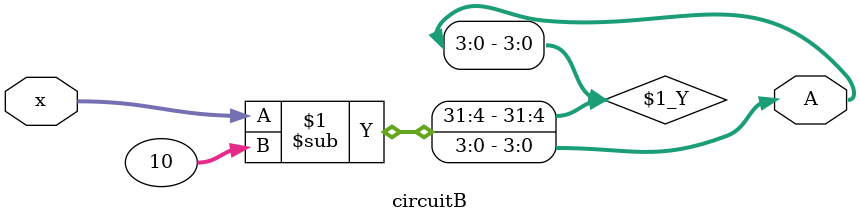
<source format=v>
module circuitB(
	input [4:0]x,
	output [3:0]A);
		
		assign A = x - 10;
	
endmodule
</source>
